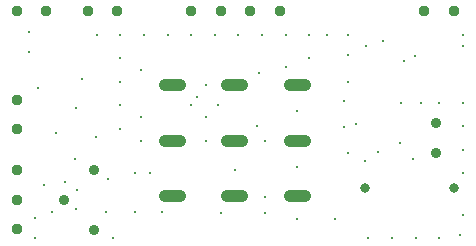
<source format=gbr>
%TF.GenerationSoftware,KiCad,Pcbnew,9.0.2*%
%TF.CreationDate,2025-10-05T19:26:56-07:00*%
%TF.ProjectId,3pdt-pwr-breakout-neg-V2,33706474-2d70-4777-922d-627265616b6f,rev?*%
%TF.SameCoordinates,PX2d4cae0PY8d9ee20*%
%TF.FileFunction,Plated,1,4,PTH,Mixed*%
%TF.FilePolarity,Positive*%
%FSLAX46Y46*%
G04 Gerber Fmt 4.6, Leading zero omitted, Abs format (unit mm)*
G04 Created by KiCad (PCBNEW 9.0.2) date 2025-10-05 19:26:56*
%MOMM*%
%LPD*%
G01*
G04 APERTURE LIST*
%TA.AperFunction,ViaDrill*%
%ADD10C,0.300000*%
%TD*%
%TA.AperFunction,ComponentDrill*%
%ADD11C,0.800000*%
%TD*%
%TA.AperFunction,ComponentDrill*%
%ADD12C,0.900000*%
%TD*%
%TA.AperFunction,ComponentDrill*%
%ADD13C,0.950000*%
%TD*%
G04 aperture for slot hole*
%TA.AperFunction,ComponentDrill*%
%ADD14C,1.000000*%
%TD*%
G04 APERTURE END LIST*
D10*
X2500000Y18250000D03*
X2500000Y16500000D03*
X3000000Y2500000D03*
X3000000Y750000D03*
X3250000Y13500000D03*
X3750000Y5250000D03*
X4500000Y3000000D03*
X4800000Y9700000D03*
X5600000Y5500000D03*
X6400000Y7500000D03*
X6500000Y11750000D03*
X6500000Y3250000D03*
X6553217Y4825000D03*
X7000000Y14250000D03*
X8200000Y9300000D03*
X8250000Y18000000D03*
X9000000Y3000000D03*
X9250000Y5750000D03*
X9600000Y800000D03*
X10250000Y18000000D03*
X10250000Y16000000D03*
X10250000Y14000000D03*
X10250000Y12000000D03*
X10250000Y10000000D03*
X11500000Y6250000D03*
X11500000Y3000000D03*
X12000000Y15000000D03*
X12000000Y11000000D03*
X12000000Y9000000D03*
X12250000Y18000000D03*
X12750000Y6250000D03*
X13750000Y3000000D03*
X14250000Y18000000D03*
X16250000Y18000000D03*
X16250000Y12000000D03*
X16750000Y12750000D03*
X17500000Y13750000D03*
X17500000Y11000000D03*
X17500000Y9000000D03*
X18250000Y18000000D03*
X18500000Y12000000D03*
X18800000Y2900000D03*
X20000000Y6500000D03*
X20250000Y18000000D03*
X21800000Y10300000D03*
X22000000Y14750000D03*
X22250000Y18000000D03*
X22500000Y9000000D03*
X22500000Y4250000D03*
X22500000Y2900000D03*
X24250000Y18000000D03*
X24250000Y15250000D03*
X25200000Y2400000D03*
X25250000Y11500000D03*
X25250000Y6750000D03*
X26250000Y18000000D03*
X26250000Y16000000D03*
X27750000Y18000000D03*
X28400000Y2400000D03*
X29200000Y12400000D03*
X29200000Y10200000D03*
X29500000Y18000000D03*
X29500000Y16250000D03*
X29500000Y14000000D03*
X29500000Y8000000D03*
X30225000Y10400000D03*
X31000000Y7300000D03*
X31085000Y17000000D03*
X31250000Y750000D03*
X32061283Y8059236D03*
X32500000Y17500000D03*
X33250000Y750000D03*
X33900000Y8800000D03*
X34000000Y12250000D03*
X34250000Y15750000D03*
X35012749Y7500000D03*
X35200000Y16200000D03*
X35250000Y750000D03*
X35750000Y12250000D03*
X37250000Y12250000D03*
X37250000Y750000D03*
X39000000Y1000000D03*
X39250000Y18000000D03*
X39250000Y17000000D03*
X39250000Y12250000D03*
X39250000Y10250000D03*
X39250000Y8250000D03*
X39250000Y6250000D03*
X39250000Y2750000D03*
D11*
%TO.C,R1*%
X31000000Y5000000D03*
X38500000Y5000000D03*
D12*
%TO.C,RV1*%
X5500000Y4000000D03*
X8040000Y6540000D03*
X8040000Y1460000D03*
%TO.C,D2*%
X37000000Y10525000D03*
X37000000Y7985000D03*
D13*
%TO.C,WP2*%
X1500000Y20000000D03*
%TO.C,WP11*%
X1500000Y12500000D03*
%TO.C,WP12*%
X1500000Y10000000D03*
%TO.C,WP14*%
X1500000Y6500000D03*
%TO.C,WP13*%
X1500000Y4000000D03*
%TO.C,WP15*%
X1500000Y1500000D03*
%TO.C,WP1*%
X4000000Y20000000D03*
%TO.C,WP6*%
X7500000Y20000000D03*
%TO.C,WP5*%
X10000000Y20000000D03*
%TO.C,WP8*%
X16250000Y20000000D03*
%TO.C,WP7*%
X18750000Y20000000D03*
%TO.C,WP10*%
X21250000Y20000000D03*
%TO.C,WP9*%
X23750000Y20000000D03*
%TO.C,WP4*%
X36000000Y20000000D03*
%TO.C,WP3*%
X38500000Y20000000D03*
D14*
%TO.C,SW1*%
X15275000Y13700000D02*
X14025000Y13700000D01*
X15275000Y9000000D02*
X14025000Y9000000D01*
X15275000Y4300000D02*
X14025000Y4300000D01*
X20575000Y13700000D02*
X19325000Y13700000D01*
X20575000Y9000000D02*
X19325000Y9000000D01*
X20575000Y4300000D02*
X19325000Y4300000D01*
X25875000Y13700000D02*
X24625000Y13700000D01*
X25875000Y9000000D02*
X24625000Y9000000D01*
X25875000Y4300000D02*
X24625000Y4300000D01*
M02*

</source>
